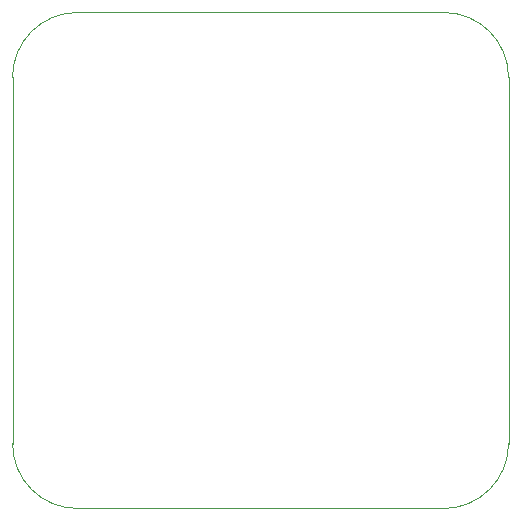
<source format=gbr>
%TF.GenerationSoftware,KiCad,Pcbnew,7.0.8*%
%TF.CreationDate,2023-10-26T11:06:19-04:00*%
%TF.ProjectId,lemon-pepper,6c656d6f-6e2d-4706-9570-7065722e6b69,rev?*%
%TF.SameCoordinates,PX8b85c60PY52f2218*%
%TF.FileFunction,Profile,NP*%
%FSLAX46Y46*%
G04 Gerber Fmt 4.6, Leading zero omitted, Abs format (unit mm)*
G04 Created by KiCad (PCBNEW 7.0.8) date 2023-10-26 11:06:19*
%MOMM*%
%LPD*%
G01*
G04 APERTURE LIST*
%TA.AperFunction,Profile*%
%ADD10C,0.016000*%
%TD*%
G04 APERTURE END LIST*
D10*
%TO.C,H101*%
X15500000Y-21000000D02*
X-15500000Y-21000000D01*
X-21000000Y-15500000D02*
X-21000000Y15500000D01*
X21000000Y15500000D02*
X21000000Y-15500000D01*
X-15500000Y21000000D02*
X15500000Y21000000D01*
X-21000000Y-15500000D02*
G75*
G03*
X-15500000Y-21000000I5500001J1D01*
G01*
X15500000Y-21000000D02*
G75*
G03*
X21000000Y-15500000I-1J5500001D01*
G01*
X-15500000Y21000000D02*
G75*
G03*
X-21000000Y15500000I0J-5500000D01*
G01*
X21000000Y15500000D02*
G75*
G03*
X15500000Y21000000I-5500000J0D01*
G01*
%TD*%
M02*

</source>
